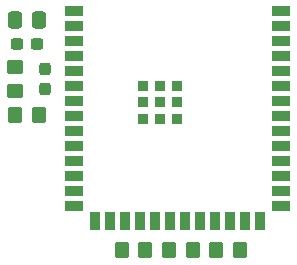
<source format=gbr>
%TF.GenerationSoftware,KiCad,Pcbnew,8.0.8*%
%TF.CreationDate,2025-02-07T05:45:52-05:00*%
%TF.ProjectId,ESP32_BluetoothModule_TerrapinRockets,45535033-325f-4426-9c75-65746f6f7468,rev?*%
%TF.SameCoordinates,Original*%
%TF.FileFunction,Paste,Top*%
%TF.FilePolarity,Positive*%
%FSLAX46Y46*%
G04 Gerber Fmt 4.6, Leading zero omitted, Abs format (unit mm)*
G04 Created by KiCad (PCBNEW 8.0.8) date 2025-02-07 05:45:52*
%MOMM*%
%LPD*%
G01*
G04 APERTURE LIST*
G04 Aperture macros list*
%AMRoundRect*
0 Rectangle with rounded corners*
0 $1 Rounding radius*
0 $2 $3 $4 $5 $6 $7 $8 $9 X,Y pos of 4 corners*
0 Add a 4 corners polygon primitive as box body*
4,1,4,$2,$3,$4,$5,$6,$7,$8,$9,$2,$3,0*
0 Add four circle primitives for the rounded corners*
1,1,$1+$1,$2,$3*
1,1,$1+$1,$4,$5*
1,1,$1+$1,$6,$7*
1,1,$1+$1,$8,$9*
0 Add four rect primitives between the rounded corners*
20,1,$1+$1,$2,$3,$4,$5,0*
20,1,$1+$1,$4,$5,$6,$7,0*
20,1,$1+$1,$6,$7,$8,$9,0*
20,1,$1+$1,$8,$9,$2,$3,0*%
G04 Aperture macros list end*
%ADD10R,0.900000X0.900000*%
%ADD11R,1.500000X0.900000*%
%ADD12R,0.900000X1.500000*%
%ADD13RoundRect,0.250000X-0.350000X-0.450000X0.350000X-0.450000X0.350000X0.450000X-0.350000X0.450000X0*%
%ADD14RoundRect,0.237500X0.300000X0.237500X-0.300000X0.237500X-0.300000X-0.237500X0.300000X-0.237500X0*%
%ADD15RoundRect,0.250000X0.337500X0.475000X-0.337500X0.475000X-0.337500X-0.475000X0.337500X-0.475000X0*%
%ADD16RoundRect,0.237500X-0.237500X0.300000X-0.237500X-0.300000X0.237500X-0.300000X0.237500X0.300000X0*%
%ADD17RoundRect,0.250000X0.450000X-0.350000X0.450000X0.350000X-0.450000X0.350000X-0.450000X-0.350000X0*%
%ADD18RoundRect,0.250000X0.350000X0.450000X-0.350000X0.450000X-0.350000X-0.450000X0.350000X-0.450000X0*%
G04 APERTURE END LIST*
D10*
%TO.C,U2*%
X116850000Y-113060000D03*
X116850000Y-114460000D03*
X116850000Y-115860000D03*
X118250000Y-113060000D03*
X118250000Y-114460000D03*
X118250000Y-115860000D03*
X119650000Y-113060000D03*
X119650000Y-114460000D03*
X119650000Y-115860000D03*
D11*
X111000000Y-106740000D03*
X111000000Y-108010000D03*
X111000000Y-109280000D03*
X111000000Y-110550000D03*
X111000000Y-111820000D03*
X111000000Y-113090000D03*
X111000000Y-114360000D03*
X111000000Y-115630000D03*
X111000000Y-116900000D03*
X111000000Y-118170000D03*
X111000000Y-119440000D03*
X111000000Y-120710000D03*
X111000000Y-121980000D03*
X111000000Y-123250000D03*
D12*
X112765000Y-124500000D03*
X114035000Y-124500000D03*
X115305000Y-124500000D03*
X116575000Y-124500000D03*
X117845000Y-124500000D03*
X119115000Y-124500000D03*
X120385000Y-124500000D03*
X121655000Y-124500000D03*
X122925000Y-124500000D03*
X124195000Y-124500000D03*
X125465000Y-124500000D03*
X126735000Y-124500000D03*
D11*
X128500000Y-123250000D03*
X128500000Y-121980000D03*
X128500000Y-120710000D03*
X128500000Y-119440000D03*
X128500000Y-118170000D03*
X128500000Y-116900000D03*
X128500000Y-115630000D03*
X128500000Y-114360000D03*
X128500000Y-113090000D03*
X128500000Y-111820000D03*
X128500000Y-110550000D03*
X128500000Y-109280000D03*
X128500000Y-108010000D03*
X128500000Y-106740000D03*
%TD*%
D13*
%TO.C,R5*%
X106000000Y-115500000D03*
X108000000Y-115500000D03*
%TD*%
D14*
%TO.C,C2*%
X107862500Y-109500000D03*
X106137500Y-109500000D03*
%TD*%
D15*
%TO.C,C1*%
X108037500Y-107500000D03*
X105962500Y-107500000D03*
%TD*%
D13*
%TO.C,R2*%
X115000000Y-127000000D03*
X117000000Y-127000000D03*
%TD*%
D16*
%TO.C,C3*%
X108500000Y-111637500D03*
X108500000Y-113362500D03*
%TD*%
D17*
%TO.C,R1*%
X106000000Y-113500000D03*
X106000000Y-111500000D03*
%TD*%
D18*
%TO.C,R4*%
X125000000Y-127000000D03*
X123000000Y-127000000D03*
%TD*%
D13*
%TO.C,R3*%
X119000000Y-127000000D03*
X121000000Y-127000000D03*
%TD*%
M02*

</source>
